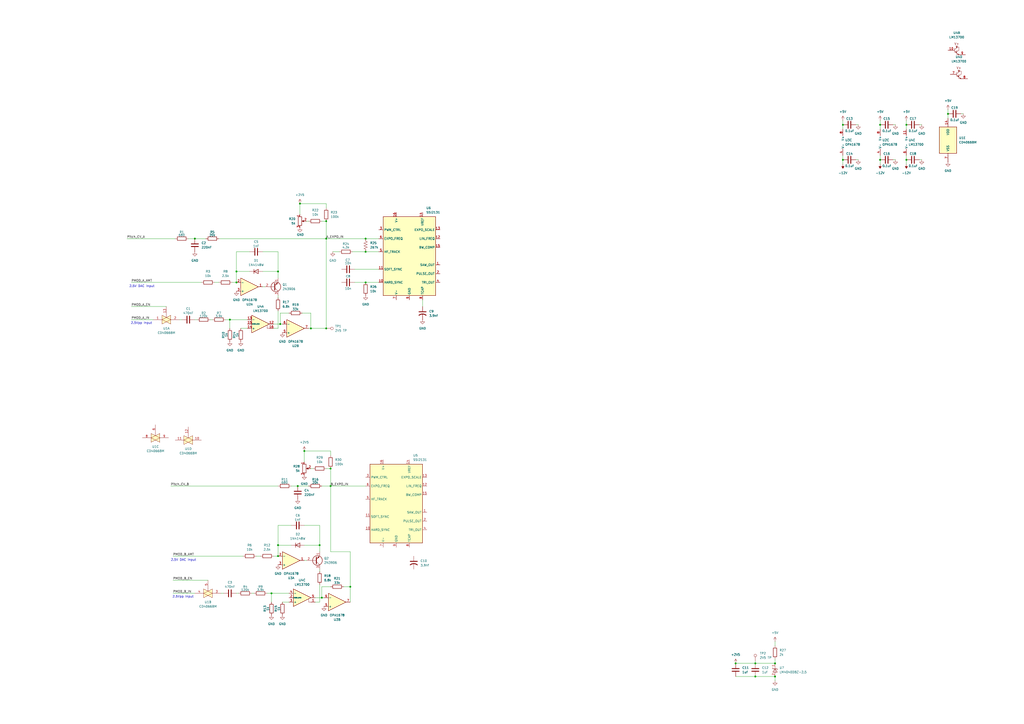
<source format=kicad_sch>
(kicad_sch (version 20250114) (generator "eeschema") (generator_version "9.0")
  (paper "A2")
  (lib_symbols
    (symbol "4xxx:4066" (pin_names (offset 1.016))
      (property "Reference" "U" (at -7.62 8.89 0))
      (property "Value" "4066" (at -7.62 -8.89 0))
      (symbol "4066_1_0"
        (pin passive line (at -7.62 0 0) (length 5.08) (name "~") (number "1"))
        (pin input line (at 0 7.62 270) (length 5.08) (name "~") (number "13"))
        (pin passive line (at 7.62 0 180) (length 5.08) (name "~") (number "2"))
      )
      (symbol "4066_2_0"
        (pin passive line (at -7.62 0 0) (length 5.08) (name "~") (number "4"))
        (pin input line (at 0 7.62 270) (length 5.08) (name "~") (number "5"))
        (pin passive line (at 7.62 0 180) (length 5.08) (name "~") (number "3"))
      )
      (symbol "4066_3_0"
        (pin passive line (at -7.62 0 0) (length 5.08) (name "~") (number "8"))
        (pin input line (at 0 7.62 270) (length 5.08) (name "~") (number "6"))
        (pin passive line (at 7.62 0 180) (length 5.08) (name "~") (number "9"))
      )
      (symbol "4066_4_0"
        (pin passive line (at -7.62 0 0) (length 5.08) (name "~") (number "11"))
        (pin input line (at 0 7.62 270) (length 5.08) (name "~") (number "12"))
        (pin passive line (at 7.62 0 180) (length 5.08) (name "~") (number "10"))
      )
      (symbol "4066_5_0"
        (pin power_in line (at 0 12.7 270) (length 5.08) (name "VDD") (number "14"))
        (pin power_in line (at 0 -12.7 90) (length 5.08) (name "VSS") (number "7"))
      )
    )
    (symbol "Amplifier_Operational:LM13700" (pin_names (offset 0.127))
      (property "Reference" "U" (at 3.81 5.08 0))
      (property "Value" "LM13700" (at 5.08 -5.08 0))
      (symbol "LM13700_1_1"
        (pin input line (at -7.62 2.54 0) (length 2.54) (name "-") (number "13"))
        (pin input line (at -7.62 0 0) (length 2.54) (name "DIODE_BIAS") (number "15"))
        (pin input line (at -7.62 -2.54 0) (length 2.54) (name "+") (number "14"))
        (pin output line (at 7.62 0 180) (length 2.54) (name "~") (number "12"))
        (pin input line (at 7.62 -2.54 180) (length 2.54) (name "~") (number "16"))
      )
      (symbol "LM13700_2_1"
        (text "V+" (at -2.54 3.81 0) (effects (font (size 1.27 1.27))))
        (pin input line (at -7.62 0 0) (length 3.81) (name "~") (number "10"))
        (pin output line (at 2.54 -2.54 180) (length 3.81) (name "~") (number "9"))
      )
      (symbol "LM13700_3_1"
        (pin input line (at -7.62 2.54 0) (length 2.54) (name "-") (number "4"))
        (pin input line (at -7.62 0 0) (length 2.54) (name "DIODE_BIAS") (number "2"))
        (pin input line (at -7.62 -2.54 0) (length 2.54) (name "+") (number "3"))
        (pin output line (at 7.62 0 180) (length 2.54) (name "~") (number "5"))
        (pin input line (at 7.62 -2.54 180) (length 2.54) (name "~") (number "1"))
      )
      (symbol "LM13700_4_0"
        (text "V+" (at -2.54 3.81 0) (effects (font (size 1.27 1.27))))
      )
      (symbol "LM13700_4_1"
        (pin input line (at -7.62 0 0) (length 3.81) (name "~") (number "7"))
        (pin output line (at 2.54 -2.54 180) (length 3.81) (name "~") (number "8"))
      )
      (symbol "LM13700_5_1"
        (pin power_in line (at -2.54 7.62 270) (length 3.81) (name "V+") (number "11"))
        (pin power_in line (at -2.54 -7.62 90) (length 3.81) (name "V-") (number "6"))
      )
    )
    (symbol "Amplifier_Operational:OPA1678" (pin_names (offset 0.127))
      (property "Reference" "U" (at 0 5.08 0))
      (property "Value" "OPA1678" (at 0 -5.08 0))
      (symbol "OPA1678_1_1"
        (pin input line (at -7.62 2.54 0) (length 2.54) (name "+") (number "3"))
        (pin input line (at -7.62 -2.54 0) (length 2.54) (name "-") (number "2"))
        (pin output line (at 7.62 0 180) (length 2.54) (name "~") (number "1"))
      )
      (symbol "OPA1678_2_1"
        (pin input line (at -7.62 2.54 0) (length 2.54) (name "+") (number "5"))
        (pin input line (at -7.62 -2.54 0) (length 2.54) (name "-") (number "6"))
        (pin output line (at 7.62 0 180) (length 2.54) (name "~") (number "7"))
      )
      (symbol "OPA1678_3_1"
        (pin power_in line (at -2.54 7.62 270) (length 3.81) (name "V+") (number "8"))
        (pin power_in line (at -2.54 -7.62 90) (length 3.81) (name "V-") (number "4"))
      )
    )
    (symbol "Connector:TestPoint" (pin_numbers (hide yes)) (pin_names (offset 0.762) (hide yes))
      (property "Reference" "TP" (at 0 6.858 0))
      (property "Value" "TestPoint" (at 0 5.08 0))
      (symbol "TestPoint_1_1"
        (pin passive line (at 0 0 90) (length 2.54) (name "1") (number "1"))
      )
    )
    (symbol "Device:C" (pin_numbers (hide yes)) (pin_names (offset 0.254))
      (property "Reference" "C" (at 0.635 2.54 0))
      (property "Value" "C" (at 0.635 -2.54 0))
      (symbol "C_1_1"
        (pin passive line (at 0 3.81 270) (length 2.794) (name "~") (number "1"))
        (pin passive line (at 0 -3.81 90) (length 2.794) (name "~") (number "2"))
      )
    )
    (symbol "Device:C_US" (pin_numbers (hide yes)) (pin_names (offset 0.254) (hide yes))
      (property "Reference" "C" (at 0.635 2.54 0))
      (property "Value" "C_US" (at 0.635 -2.54 0))
      (symbol "C_US_1_1"
        (pin passive line (at 0 3.81 270) (length 2.794) (name "~") (number "1"))
        (pin passive line (at 0 -3.81 90) (length 3.302) (name "~") (number "2"))
      )
    )
    (symbol "Device:R" (pin_numbers (hide yes)) (pin_names (offset 0))
      (property "Reference" "R" (at 2.032 0 90))
      (property "Value" "R" (at 0 0 90))
      (symbol "R_1_1"
        (pin passive line (at 0 3.81 270) (length 1.27) (name "~") (number "1"))
        (pin passive line (at 0 -3.81 90) (length 1.27) (name "~") (number "2"))
      )
    )
    (symbol "Device:R_Potentiometer" (pin_names (offset 1.016) (hide yes))
      (property "Reference" "RV" (at -4.445 0 90))
      (property "Value" "R_Potentiometer" (at -2.54 0 90))
      (symbol "R_Potentiometer_1_1"
        (pin passive line (at 0 3.81 270) (length 1.27) (name "1") (number "1"))
        (pin passive line (at 0 -3.81 90) (length 1.27) (name "3") (number "3"))
        (pin passive line (at 3.81 0 180) (length 1.27) (name "2") (number "2"))
      )
    )
    (symbol "Device:R_US" (pin_numbers (hide yes)) (pin_names (offset 0))
      (property "Reference" "R" (at 2.54 0 90))
      (property "Value" "R_US" (at -2.54 0 90))
      (symbol "R_US_1_1"
        (pin passive line (at 0 3.81 270) (length 1.27) (name "~") (number "1"))
        (pin passive line (at 0 -3.81 90) (length 1.27) (name "~") (number "2"))
      )
    )
    (symbol "Diode:1N4148W" (pin_numbers (hide yes)) (pin_names (hide yes))
      (property "Reference" "D" (at 0 2.54 0))
      (property "Value" "1N4148W" (at 0 -2.54 0))
      (symbol "1N4148W_1_1"
        (pin passive line (at -3.81 0 0) (length 2.54) (name "K") (number "1"))
        (pin passive line (at 3.81 0 180) (length 2.54) (name "A") (number "2"))
      )
    )
    (symbol "Reference_Voltage:LM4040DBZ-2.5" (pin_names (offset 0.0254) (hide yes))
      (property "Reference" "U" (at 0 2.54 0))
      (property "Value" "LM4040DBZ-2.5" (at 0 -3.175 0))
      (symbol "LM4040DBZ-2.5_1_1"
        (pin passive line (at -3.81 0 0) (length 2.54) (name "A") (number "2"))
        (pin no_connect line (at -1.27 0 0) (length 2.54) (hide yes) (name "NC") (number "3"))
        (pin passive line (at 3.81 0 180) (length 2.54) (name "K") (number "1"))
      )
    )
    (symbol "Sound_Semiconductor:SSI2131"
      (property "Reference" "U" (at 0 26.67 0))
      (property "Value" "SSI2131" (at 0 24.13 0))
      (symbol "SSI2131_1_1"
        (pin input line (at -17.78 15.24 0) (length 2.54) (name "PWM_CTRL") (number "3"))
        (pin input line (at -17.78 10.16 0) (length 2.54) (name "EXPO_FREQ") (number "6"))
        (pin input line (at -17.78 2.54 0) (length 2.54) (name "HF_TRACK") (number "5"))
        (pin input line (at -17.78 -7.62 0) (length 2.54) (name "SOFT_SYNC") (number "11"))
        (pin input line (at -17.78 -15.24 0) (length 2.54) (name "HARD_SYNC") (number "10"))
        (pin power_in line (at -7.62 25.4 270) (length 2.54) (name "V+") (number "16"))
        (pin power_in line (at -7.62 -25.4 90) (length 2.54) (name "V-") (number "7"))
        (pin power_in line (at 0 -25.4 90) (length 2.54) (name "GND") (number "9"))
        (pin input line (at 7.62 25.4 270) (length 2.54) (name "VREF") (number "14"))
        (pin passive line (at 7.62 -25.4 90) (length 2.54) (name "TCAP") (number "8"))
        (pin input line (at 17.78 15.24 180) (length 2.54) (name "EXPO_SCALE") (number "13"))
        (pin input line (at 17.78 10.16 180) (length 2.54) (name "LIN_FREQ") (number "12"))
        (pin input line (at 17.78 5.08 180) (length 2.54) (name "BW_COMP") (number "15"))
        (pin output line (at 17.78 -5.08 180) (length 2.54) (name "SAW_OUT") (number "1"))
        (pin output line (at 17.78 -10.16 180) (length 2.54) (name "PULSE_OUT") (number "2"))
        (pin output line (at 17.78 -15.24 180) (length 2.54) (name "TRI_OUT") (number "4"))
      )
    )
    (symbol "Transistor_BJT:2N3906" (pin_names (offset 0) (hide yes))
      (property "Reference" "Q" (at 5.08 1.905 0))
      (property "Value" "2N3906" (at 5.08 0 0))
      (symbol "2N3906_1_1"
        (pin input line (at -5.08 0 0) (length 2.54) (name "B") (number "2"))
        (pin passive line (at 2.54 5.08 270) (length 2.54) (name "C") (number "3"))
        (pin passive line (at 2.54 -5.08 90) (length 2.54) (name "E") (number "1"))
      )
    )
    (symbol "power:+2V5" (power) (pin_numbers (hide yes)) (pin_names (offset 0) (hide yes))
      (property "Value" "+2V5" (at 0 3.556 0))
      (symbol "+2V5_1_1"
        (pin power_in line (at 0 0 90) (length 0) (name "~") (number "1"))
      )
    )
    (symbol "power:+5V" (power) (pin_numbers (hide yes)) (pin_names (offset 0) (hide yes))
      (property "Value" "+5V" (at 0 3.556 0))
      (symbol "+5V_1_1"
        (pin power_in line (at 0 0 90) (length 0) (name "~") (number "1"))
      )
    )
    (symbol "power:-12V" (power) (pin_numbers (hide yes)) (pin_names (offset 0) (hide yes))
      (property "Value" "-12V" (at 0 3.556 0))
      (symbol "-12V_0_0"
        (pin power_in line (at 0 0 90) (length 0) (name "~") (number "1"))
      )
    )
    (symbol "power:GND" (power) (pin_numbers (hide yes)) (pin_names (offset 0) (hide yes))
      (property "Value" "GND" (at 0 -3.81 0))
      (symbol "GND_1_1"
        (pin power_in line (at 0 0 270) (length 0) (name "~") (number "1"))
      )
    )
  )
  (text "2.5V DAC Input\n" (at 82.296 166.116 0) (effects (font (size 1.27 1.27))))
  (text "2.5V DAC Input\n" (at 106.426 324.866 0) (effects (font (size 1.27 1.27))))
  (text "2.5Vpp Input\n" (at 106.172 346.202 0) (effects (font (size 1.27 1.27))))
  (text "2.5Vpp Input\n" (at 82.042 187.452 0) (effects (font (size 1.27 1.27))))
  (junction (at 191.77 281.94))
  (junction (at 172.72 281.94))
  (junction (at 449.58 384.81))
  (junction (at 438.15 392.43))
  (junction (at 189.23 190.5))
  (junction (at 549.91 66.04))
  (junction (at 186.69 346.71))
  (junction (at 180.34 190.5))
  (junction (at 212.09 138.43))
  (junction (at 212.09 163.83))
  (junction (at 161.29 322.58))
  (junction (at 426.72 384.81))
  (junction (at 510.54 92.71))
  (junction (at 173.99 118.11))
  (junction (at 161.29 157.48))
  (junction (at 161.29 316.23))
  (junction (at 203.2 340.36))
  (junction (at 488.95 92.71))
  (junction (at 162.56 187.96))
  (junction (at 113.03 138.43))
  (junction (at 525.78 92.71))
  (junction (at 137.16 163.83))
  (junction (at 176.53 261.62))
  (junction (at 212.09 146.05))
  (junction (at 185.42 316.23))
  (junction (at 191.77 271.78))
  (junction (at 449.58 392.43))
  (junction (at 157.48 344.17))
  (junction (at 189.23 128.27))
  (junction (at 438.15 384.81))
  (junction (at 137.16 157.48))
  (junction (at 488.95 72.39))
  (junction (at 510.54 72.39))
  (junction (at 189.23 138.43))
  (junction (at 133.35 185.42))
  (junction (at 525.78 72.39))
  (wire (pts (xy 191.77 320.04) (xy 203.2 320.04)))
  (wire (pts (xy 182.88 349.25) (xy 185.42 349.25)))
  (wire (pts (xy 172.72 281.94) (xy 179.07 281.94)))
  (wire (pts (xy 186.69 346.71) (xy 187.96 346.71)))
  (wire (pts (xy 76.2 177.8) (xy 96.52 177.8)))
  (wire (pts (xy 185.42 331.47) (xy 185.42 330.2)))
  (wire (pts (xy 144.78 146.05) (xy 137.16 146.05)))
  (wire (pts (xy 176.53 261.62) (xy 176.53 267.97)))
  (wire (pts (xy 104.14 185.42) (xy 105.41 185.42)))
  (wire (pts (xy 158.75 187.96) (xy 162.56 187.96)))
  (wire (pts (xy 189.23 118.11) (xy 173.99 118.11)))
  (wire (pts (xy 196.85 146.05) (xy 193.04 146.05)))
  (wire (pts (xy 114.3 185.42) (xy 113.03 185.42)))
  (wire (pts (xy 161.29 157.48) (xy 161.29 161.29)))
  (wire (pts (xy 488.95 90.17) (xy 488.95 92.71)))
  (wire (pts (xy 488.95 72.39) (xy 488.95 74.93)))
  (wire (pts (xy 139.7 190.5) (xy 143.51 190.5)))
  (wire (pts (xy 449.58 382.27) (xy 449.58 384.81)))
  (wire (pts (xy 212.09 146.05) (xy 219.71 146.05)))
  (wire (pts (xy 180.34 271.78) (xy 181.61 271.78)))
  (wire (pts (xy 510.54 69.85) (xy 510.54 72.39)))
  (wire (pts (xy 161.29 316.23) (xy 161.29 322.58)))
  (wire (pts (xy 168.91 316.23) (xy 161.29 316.23)))
  (wire (pts (xy 534.67 72.39) (xy 533.4 72.39)))
  (wire (pts (xy 525.78 72.39) (xy 525.78 74.93)))
  (wire (pts (xy 438.15 383.54) (xy 438.15 384.81)))
  (wire (pts (xy 189.23 128.27) (xy 189.23 138.43)))
  (wire (pts (xy 138.43 344.17) (xy 137.16 344.17)))
  (wire (pts (xy 191.77 340.36) (xy 186.69 340.36)))
  (wire (pts (xy 245.11 177.8) (xy 245.11 173.99)))
  (wire (pts (xy 203.2 340.36) (xy 199.39 340.36)))
  (wire (pts (xy 426.72 392.43) (xy 438.15 392.43)))
  (wire (pts (xy 186.69 128.27) (xy 189.23 128.27)))
  (wire (pts (xy 186.69 281.94) (xy 191.77 281.94)))
  (wire (pts (xy 124.46 163.83) (xy 127 163.83)))
  (wire (pts (xy 519.43 72.39) (xy 518.16 72.39)))
  (wire (pts (xy 191.77 281.94) (xy 191.77 320.04)))
  (wire (pts (xy 205.74 156.21) (xy 219.71 156.21)))
  (wire (pts (xy 497.84 92.71) (xy 496.57 92.71)))
  (wire (pts (xy 176.53 325.12) (xy 177.8 325.12)))
  (wire (pts (xy 99.06 281.94) (xy 161.29 281.94)))
  (wire (pts (xy 519.43 92.71) (xy 518.16 92.71)))
  (wire (pts (xy 134.62 163.83) (xy 137.16 163.83)))
  (wire (pts (xy 168.91 304.8) (xy 161.29 304.8)))
  (wire (pts (xy 130.81 185.42) (xy 133.35 185.42)))
  (wire (pts (xy 180.34 190.5) (xy 180.34 181.61)))
  (wire (pts (xy 191.77 271.78) (xy 191.77 281.94)))
  (wire (pts (xy 76.2 185.42) (xy 88.9 185.42)))
  (wire (pts (xy 180.34 181.61) (xy 175.26 181.61)))
  (wire (pts (xy 76.2 163.83) (xy 116.84 163.83)))
  (wire (pts (xy 128.27 344.17) (xy 129.54 344.17)))
  (wire (pts (xy 133.35 185.42) (xy 133.35 190.5)))
  (wire (pts (xy 109.22 138.43) (xy 113.03 138.43)))
  (wire (pts (xy 525.78 90.17) (xy 525.78 92.71)))
  (wire (pts (xy 73.66 138.43) (xy 101.6 138.43)))
  (wire (pts (xy 180.34 190.5) (xy 189.23 190.5)))
  (wire (pts (xy 549.91 66.04) (xy 549.91 68.58)))
  (wire (pts (xy 510.54 90.17) (xy 510.54 92.71)))
  (wire (pts (xy 525.78 92.71) (xy 525.78 95.25)))
  (wire (pts (xy 167.64 181.61) (xy 162.56 181.61)))
  (wire (pts (xy 157.48 344.17) (xy 167.64 344.17)))
  (wire (pts (xy 158.75 190.5) (xy 161.29 190.5)))
  (wire (pts (xy 426.72 384.81) (xy 438.15 384.81)))
  (wire (pts (xy 191.77 261.62) (xy 176.53 261.62)))
  (wire (pts (xy 147.32 344.17) (xy 146.05 344.17)))
  (wire (pts (xy 152.4 146.05) (xy 161.29 146.05)))
  (wire (pts (xy 189.23 120.65) (xy 189.23 118.11)))
  (wire (pts (xy 176.53 316.23) (xy 185.42 316.23)))
  (wire (pts (xy 182.88 346.71) (xy 186.69 346.71)))
  (wire (pts (xy 157.48 344.17) (xy 157.48 349.25)))
  (wire (pts (xy 154.94 344.17) (xy 157.48 344.17)))
  (wire (pts (xy 162.56 187.96) (xy 163.83 187.96)))
  (wire (pts (xy 191.77 264.16) (xy 191.77 261.62)))
  (wire (pts (xy 137.16 157.48) (xy 137.16 163.83)))
  (wire (pts (xy 161.29 172.72) (xy 161.29 171.45)))
  (wire (pts (xy 100.33 344.17) (xy 113.03 344.17)))
  (wire (pts (xy 185.42 304.8) (xy 185.42 316.23)))
  (wire (pts (xy 144.78 157.48) (xy 137.16 157.48)))
  (wire (pts (xy 203.2 349.25) (xy 203.2 340.36)))
  (wire (pts (xy 189.23 271.78) (xy 191.77 271.78)))
  (wire (pts (xy 449.58 392.43) (xy 449.58 394.97)))
  (wire (pts (xy 191.77 281.94) (xy 212.09 281.94)))
  (wire (pts (xy 100.33 336.55) (xy 120.65 336.55)))
  (wire (pts (xy 177.8 128.27) (xy 179.07 128.27)))
  (wire (pts (xy 152.4 157.48) (xy 161.29 157.48)))
  (wire (pts (xy 148.59 322.58) (xy 151.13 322.58)))
  (wire (pts (xy 438.15 392.43) (xy 449.58 392.43)))
  (wire (pts (xy 549.91 63.5) (xy 549.91 66.04)))
  (wire (pts (xy 534.67 92.71) (xy 533.4 92.71)))
  (wire (pts (xy 212.09 163.83) (xy 219.71 163.83)))
  (wire (pts (xy 189.23 190.5) (xy 189.23 138.43)))
  (wire (pts (xy 185.42 316.23) (xy 185.42 320.04)))
  (wire (pts (xy 488.95 92.71) (xy 488.95 95.25)))
  (wire (pts (xy 449.58 372.11) (xy 449.58 374.65)))
  (wire (pts (xy 152.4 166.37) (xy 153.67 166.37)))
  (wire (pts (xy 100.33 322.58) (xy 140.97 322.58)))
  (wire (pts (xy 163.83 349.25) (xy 167.64 349.25)))
  (wire (pts (xy 496.57 72.39) (xy 497.84 72.39)))
  (wire (pts (xy 176.53 304.8) (xy 185.42 304.8)))
  (wire (pts (xy 161.29 146.05) (xy 161.29 157.48)))
  (wire (pts (xy 510.54 92.71) (xy 510.54 95.25)))
  (wire (pts (xy 173.99 118.11) (xy 173.99 124.46)))
  (wire (pts (xy 179.07 190.5) (xy 180.34 190.5)))
  (wire (pts (xy 525.78 69.85) (xy 525.78 72.39)))
  (wire (pts (xy 510.54 72.39) (xy 510.54 74.93)))
  (wire (pts (xy 185.42 339.09) (xy 185.42 349.25)))
  (wire (pts (xy 438.15 384.81) (xy 449.58 384.81)))
  (wire (pts (xy 161.29 304.8) (xy 161.29 316.23)))
  (wire (pts (xy 186.69 340.36) (xy 186.69 346.71)))
  (wire (pts (xy 137.16 146.05) (xy 137.16 157.48)))
  (wire (pts (xy 205.74 163.83) (xy 212.09 163.83)))
  (wire (pts (xy 168.91 281.94) (xy 172.72 281.94)))
  (wire (pts (xy 488.95 69.85) (xy 488.95 72.39)))
  (wire (pts (xy 123.19 185.42) (xy 121.92 185.42)))
  (wire (pts (xy 161.29 180.34) (xy 161.29 190.5)))
  (wire (pts (xy 162.56 181.61) (xy 162.56 187.96)))
  (wire (pts (xy 203.2 320.04) (xy 203.2 340.36)))
  (wire (pts (xy 558.8 66.04) (xy 557.53 66.04)))
  (wire (pts (xy 113.03 138.43) (xy 119.38 138.43)))
  (wire (pts (xy 204.47 146.05) (xy 212.09 146.05)))
  (wire (pts (xy 127 138.43) (xy 189.23 138.43)))
  (wire (pts (xy 189.23 138.43) (xy 212.09 138.43)))
  (wire (pts (xy 158.75 322.58) (xy 161.29 322.58)))
  (wire (pts (xy 133.35 185.42) (xy 143.51 185.42)))
  (wire (pts (xy 212.09 138.43) (xy 219.71 138.43)))
  (label "PMOD_A_EN" (at 76.2 177.8 0))
  (label "A_EXPO_IN" (at 189.23 138.43 0))
  (label "PMOD_A_AMT" (at 76.2 163.83 0))
  (label "Pitch_CV_B" (at 99.06 281.94 0))
  (label "PMOD_B_IN" (at 100.33 344.17 0))
  (label "Pitch_CV_A" (at 73.66 138.43 0))
  (label "PMOD_B_EN" (at 100.33 336.55 0))
  (label "B_EXPO_IN" (at 191.77 281.94 0))
  (label "PMOD_A_IN" (at 76.2 185.42 0))
  (label "PMOD_B_AMT" (at 100.33 322.58 0))
  (symbol (lib_id "power:GND") (at 245.11 185.42 0) (unit 1)
    (property "Reference" "#PWR035" (effects (hide yes)))
    (property "Value" "GND" (at 245.11 190.5 0))
    (property "Description" "Power symbol creates a global label with name \"GND\" , ground" (effects (hide yes)))
  )
  (symbol (lib_id "Device:R") (at 449.58 378.46 0) (unit 1)
    (property "Reference" "R27" (at 452.12 377.1899 0) (effects (justify left)))
    (property "Value" "2k" (at 452.12 379.7299 0) (effects (justify left)))
    (property "Footprint" "Resistor_SMD:R_0805_2012Metric" (effects (hide yes)))
    (property "Description" "Resistor" (effects (hide yes)))
  )
  (symbol (lib_id "power:-12V") (at 525.78 95.25 180) (unit 1)
    (property "Reference" "#PWR027" (effects (hide yes)))
    (property "Value" "-12V" (at 525.78 100.33 0))
    (property "Description" "Power symbol creates a global label with name \"-12V\"" (effects (hide yes)))
  )
  (symbol (lib_id "Device:R") (at 165.1 281.94 90) (unit 1)
    (property "Reference" "R11" (at 165.1 278.13 90))
    (property "Value" "680" (at 165.1 279.908 90))
    (property "Footprint" "Resistor_SMD:R_0603_1608Metric" (effects (hide yes)))
    (property "Description" "Resistor" (effects (hide yes)))
  )
  (symbol (lib_id "power:GND") (at 113.03 146.05 0) (unit 1)
    (property "Reference" "#PWR01" (effects (hide yes)))
    (property "Value" "GND" (at 113.03 151.13 0))
    (property "Description" "Power symbol creates a global label with name \"GND\" , ground" (effects (hide yes)))
  )
  (symbol (lib_id "Device:C") (at 133.35 344.17 90) (unit 1)
    (property "Reference" "C3" (at 133.35 337.82 90))
    (property "Value" "470nF" (at 133.35 340.36 90))
    (property "Footprint" "Capacitor_SMD:C_0603_1608Metric" (effects (hide yes)))
    (property "Description" "Unpolarized capacitor" (effects (hide yes)))
  )
  (symbol (lib_id "Device:R") (at 144.78 322.58 270) (unit 1)
    (property "Reference" "R6" (at 144.78 316.23 90))
    (property "Value" "10k" (at 144.78 318.77 90))
    (property "Footprint" "Resistor_SMD:R_0603_1608Metric" (effects (hide yes)))
    (property "Description" "Resistor" (effects (hide yes)))
  )
  (symbol (lib_id "Device:C_US") (at 240.03 326.39 0) (unit 1)
    (property "Reference" "C10" (at 243.84 325.3739 0) (effects (justify left)))
    (property "Value" "3.9nf" (at 243.84 327.9139 0) (effects (justify left)))
    (property "Footprint" "Capacitor_THT:C_Rect_L7.2mm_W2.5mm_P5.00mm_FKS2_FKP2_MKS2_MKP2" (effects (hide yes)))
    (property "Description" "capacitor, US symbol" (effects (hide yes)))
  )
  (symbol (lib_id "Device:R") (at 171.45 181.61 90) (unit 1)
    (property "Reference" "R19" (at 171.45 176.784 90))
    (property "Value" "33k" (at 171.45 179.324 90))
    (property "Footprint" "Resistor_SMD:R_0603_1608Metric" (effects (hide yes)))
    (property "Description" "Resistor" (effects (hide yes)))
  )
  (symbol (lib_id "Device:C") (at 514.35 92.71 90) (unit 1)
    (property "Reference" "C16" (at 514.35 89.154 90))
    (property "Value" "0.1uf" (at 514.35 96.266 90))
    (property "Footprint" "Capacitor_SMD:C_0603_1608Metric" (effects (hide yes)))
    (property "Description" "Unpolarized capacitor" (effects (hide yes)))
  )
  (symbol (lib_id "4xxx:4066") (at 109.22 255.27 0) (unit 4)
    (property "Reference" "U1" (at 109.22 260.35 0))
    (property "Value" "CD4066BM" (at 109.22 262.89 0))
    (property "Footprint" "Package_SO:SOIC-14_3.9x8.7mm_P1.27mm" (effects (hide yes)))
    (property "Datasheet" "http://www.ti.com/lit/ds/symlink/cd4066b.pdf" (effects (hide yes)))
    (property "Description" "Quad Analog Switches" (effects (hide yes)))
  )
  (symbol (lib_id "Amplifier_Operational:LM13700") (at 175.26 346.71 0) (unit 3)
    (property "Reference" "U4" (at 175.26 336.55 0))
    (property "Value" "LM13700" (at 175.26 339.09 0))
    (property "Footprint" "Package_SO:SOIC-16_3.9x9.9mm_P1.27mm" (effects (hide yes)))
    (property "Datasheet" "http://www.ti.com/lit/ds/symlink/lm13700.pdf" (effects (hide yes)))
    (property "Description" "Dual Operational Transconductance Amplifiers with Linearizing Diodes and Buffers, DIP-16/SOIC-16" (effects (hide yes)))
  )
  (symbol (lib_id "power:+2V5") (at 176.53 261.62 0) (unit 1)
    (property "Reference" "#PWR033" (effects (hide yes)))
    (property "Value" "+2V5" (at 176.53 256.54 0))
    (property "Description" "Power symbol creates a global label with name \"+2V5\"" (effects (hide yes)))
  )
  (symbol (lib_id "power:GND") (at 212.09 171.45 0) (unit 1)
    (property "Reference" "#PWR014" (effects (hide yes)))
    (property "Value" "GND" (at 212.09 176.53 0))
    (property "Description" "Power symbol creates a global label with name \"GND\" , ground" (effects (hide yes)))
  )
  (symbol (lib_id "Device:R") (at 120.65 163.83 270) (unit 1)
    (property "Reference" "R3" (at 120.65 157.48 90))
    (property "Value" "10k" (at 120.65 160.02 90))
    (property "Footprint" "Resistor_SMD:R_0603_1608Metric" (effects (hide yes)))
    (property "Description" "Resistor" (effects (hide yes)))
  )
  (symbol (lib_id "power:GND") (at 173.99 132.08 0) (unit 1)
    (property "Reference" "#PWR012" (effects (hide yes)))
    (property "Value" "GND" (at 174.244 136.144 0))
    (property "Description" "Power symbol creates a global label with name \"GND\" , ground" (effects (hide yes)))
  )
  (symbol (lib_id "Amplifier_Operational:OPA1678") (at 491.49 82.55 0) (unit 3)
    (property "Reference" "U3" (at 490.22 81.2799 0) (effects (justify left)))
    (property "Value" "OPA1678" (at 490.22 83.8199 0) (effects (justify left)))
    (property "Footprint" "Package_SO:SOIC-8_3.9x4.9mm_P1.27mm" (effects (hide yes)))
    (property "Datasheet" "http://www.ti.com/lit/ds/symlink/opa1678.pdf" (effects (hide yes)))
    (property "Description" "Low-Distortion Audio Operational Amplifiers, SOIC-8/VSSOP-8" (effects (hide yes)))
  )
  (symbol (lib_id "Device:C") (at 201.93 163.83 90) (unit 1)
    (property "Reference" "C8" (at 201.93 160.274 90))
    (property "Value" "10n" (at 201.93 167.386 90))
    (property "Footprint" "Capacitor_SMD:C_0603_1608Metric" (effects (hide yes)))
    (property "Description" "Unpolarized capacitor" (effects (hide yes)))
  )
  (symbol (lib_id "power:GND") (at 558.8 66.04 0) (unit 1)
    (property "Reference" "#PWR032" (effects (hide yes)))
    (property "Value" "GND" (at 558.8 71.12 0))
    (property "Description" "Power symbol creates a global label with name \"GND\" , ground" (effects (hide yes)))
  )
  (symbol (lib_id "power:GND") (at 534.67 72.39 0) (unit 1)
    (property "Reference" "#PWR028" (effects (hide yes)))
    (property "Value" "GND" (at 534.67 77.47 0))
    (property "Description" "Power symbol creates a global label with name \"GND\" , ground" (effects (hide yes)))
  )
  (symbol (lib_id "power:+2V5") (at 173.99 118.11 0) (unit 1)
    (property "Reference" "#PWR011" (effects (hide yes)))
    (property "Value" "+2V5" (at 173.99 113.03 0))
    (property "Description" "Power symbol creates a global label with name \"+2V5\"" (effects (hide yes)))
  )
  (symbol (lib_id "Device:R") (at 157.48 353.06 180) (unit 1)
    (property "Reference" "R13" (at 153.67 353.06 90))
    (property "Value" "1k" (at 155.448 353.06 90))
    (property "Footprint" "Resistor_SMD:R_0603_1608Metric" (effects (hide yes)))
    (property "Description" "Resistor" (effects (hide yes)))
  )
  (symbol (lib_id "Amplifier_Operational:LM13700") (at 151.13 187.96 0) (unit 1)
    (property "Reference" "U4" (at 151.13 177.8 0))
    (property "Value" "LM13700" (at 151.13 180.34 0))
    (property "Footprint" "Package_SO:SOIC-16_3.9x9.9mm_P1.27mm" (effects (hide yes)))
    (property "Datasheet" "http://www.ti.com/lit/ds/symlink/lm13700.pdf" (effects (hide yes)))
    (property "Description" "Dual Operational Transconductance Amplifiers with Linearizing Diodes and Buffers, DIP-16/SOIC-16" (effects (hide yes)))
  )
  (symbol (lib_id "Device:R") (at 154.94 322.58 270) (unit 1)
    (property "Reference" "R12" (at 154.94 316.23 90))
    (property "Value" "2.5k" (at 154.94 318.77 90))
    (property "Footprint" "Resistor_SMD:R_0603_1608Metric" (effects (hide yes)))
    (property "Description" "Resistor" (effects (hide yes)))
  )
  (symbol (lib_id "Device:C") (at 172.72 304.8 90) (unit 1)
    (property "Reference" "C6" (at 172.72 298.958 90))
    (property "Value" "1nF" (at 172.72 301.498 90))
    (property "Footprint" "Capacitor_SMD:C_0603_1608Metric" (effects (hide yes)))
    (property "Description" "Unpolarized capacitor" (effects (hide yes)))
  )
  (symbol (lib_id "Device:R_US") (at 212.09 142.24 180) (unit 1)
    (property "Reference" "R25" (at 214.63 140.9699 0) (effects (justify right)))
    (property "Value" "267k" (at 214.63 143.5099 0) (effects (justify right)))
    (property "Footprint" "Resistor_THT:R_Axial_DIN0207_L6.3mm_D2.5mm_P5.08mm_Vertical" (effects (hide yes)))
    (property "Description" "Resistor, US symbol" (effects (hide yes)))
  )
  (symbol (lib_id "Device:R") (at 133.35 194.31 180) (unit 1)
    (property "Reference" "R10" (at 129.54 194.31 90))
    (property "Value" "1k" (at 131.318 194.31 90))
    (property "Footprint" "Resistor_SMD:R_0603_1608Metric" (effects (hide yes)))
    (property "Description" "Resistor" (effects (hide yes)))
  )
  (symbol (lib_id "power:GND") (at 497.84 72.39 0) (unit 1)
    (property "Reference" "#PWR020" (effects (hide yes)))
    (property "Value" "GND" (at 497.84 77.47 0))
    (property "Description" "Power symbol creates a global label with name \"GND\" , ground" (effects (hide yes)))
  )
  (symbol (lib_id "Device:C") (at 438.15 388.62 0) (unit 1)
    (property "Reference" "C12" (at 441.96 387.3499 0) (effects (justify left)))
    (property "Value" "1uf" (at 441.96 389.8899 0) (effects (justify left)))
    (property "Footprint" "Capacitor_SMD:C_0805_2012Metric" (effects (hide yes)))
    (property "Description" "Unpolarized capacitor" (effects (hide yes)))
  )
  (symbol (lib_id "power:-12V") (at 488.95 95.25 180) (unit 1)
    (property "Reference" "#PWR019" (effects (hide yes)))
    (property "Value" "-12V" (at 488.95 100.33 0))
    (property "Description" "Power symbol creates a global label with name \"-12V\"" (effects (hide yes)))
  )
  (symbol (lib_id "power:+5V") (at 510.54 69.85 0) (unit 1)
    (property "Reference" "#PWR022" (effects (hide yes)))
    (property "Value" "+5V" (at 510.54 64.77 0))
    (property "Description" "Power symbol creates a global label with name \"+5V\"" (effects (hide yes)))
  )
  (symbol (lib_id "Device:C") (at 514.35 72.39 90) (unit 1)
    (property "Reference" "C15" (at 514.35 68.834 90))
    (property "Value" "0.1uf" (at 514.35 75.946 90))
    (property "Footprint" "Capacitor_SMD:C_0603_1608Metric" (effects (hide yes)))
    (property "Description" "Unpolarized capacitor" (effects (hide yes)))
  )
  (symbol (lib_id "4xxx:4066") (at 549.91 81.28 0) (unit 5)
    (property "Reference" "U1" (at 556.26 80.0099 0) (effects (justify left)))
    (property "Value" "CD4066BM" (at 556.26 82.5499 0) (effects (justify left)))
    (property "Footprint" "Package_SO:SOIC-14_3.9x8.7mm_P1.27mm" (effects (hide yes)))
    (property "Datasheet" "http://www.ti.com/lit/ds/symlink/cd4066b.pdf" (effects (hide yes)))
    (property "Description" "Quad Analog Switches" (effects (hide yes)))
  )
  (symbol (lib_id "Device:R") (at 151.13 344.17 90) (unit 1)
    (property "Reference" "R9" (at 151.13 340.36 90))
    (property "Value" "3.9k" (at 151.13 342.138 90))
    (property "Footprint" "Resistor_SMD:R_0603_1608Metric" (effects (hide yes)))
    (property "Description" "Resistor" (effects (hide yes)))
  )
  (symbol (lib_id "Connector:TestPoint") (at 438.15 383.54 0) (unit 1)
    (property "Reference" "TP2" (at 440.69 378.9679 0) (effects (justify left)))
    (property "Value" "2V5 TP" (at 440.69 381.5079 0) (effects (justify left)))
    (property "Footprint" "TestPoint:TestPoint_Pad_1.0x1.0mm" (effects (hide yes)))
    (property "Description" "test point" (effects (hide yes)))
  )
  (symbol (lib_id "4xxx:4066") (at 90.17 254 0) (unit 3)
    (property "Reference" "U1" (at 90.17 259.08 0))
    (property "Value" "CD4066BM" (at 90.17 261.62 0))
    (property "Footprint" "Package_SO:SOIC-14_3.9x8.7mm_P1.27mm" (effects (hide yes)))
    (property "Datasheet" "http://www.ti.com/lit/ds/symlink/cd4066b.pdf" (effects (hide yes)))
    (property "Description" "Quad Analog Switches" (effects (hide yes)))
  )
  (symbol (lib_id "power:GND") (at 449.58 394.97 0) (unit 1)
    (property "Reference" "#PWR017" (effects (hide yes)))
    (property "Value" "GND" (at 449.58 400.05 0))
    (property "Description" "Power symbol creates a global label with name \"GND\" , ground" (effects (hide yes)))
  )
  (symbol (lib_id "power:GND") (at 534.67 92.71 0) (unit 1)
    (property "Reference" "#PWR029" (effects (hide yes)))
    (property "Value" "GND" (at 534.67 97.79 0))
    (property "Description" "Power symbol creates a global label with name \"GND\" , ground" (effects (hide yes)))
  )
  (symbol (lib_id "power:GND") (at 193.04 146.05 0) (unit 1)
    (property "Reference" "#PWR013" (effects (hide yes)))
    (property "Value" "GND" (at 193.04 151.13 0))
    (property "Description" "Power symbol creates a global label with name \"GND\" , ground" (effects (hide yes)))
  )
  (symbol (lib_id "Device:C") (at 529.59 92.71 90) (unit 1)
    (property "Reference" "C18" (at 529.59 89.154 90))
    (property "Value" "0.1uf" (at 529.59 96.266 90))
    (property "Footprint" "Capacitor_SMD:C_0603_1608Metric" (effects (hide yes)))
    (property "Description" "Unpolarized capacitor" (effects (hide yes)))
  )
  (symbol (lib_id "Transistor_BJT:2N3906") (at 158.75 166.37 0) (mirror x) (unit 1)
    (property "Reference" "Q1" (at 163.83 165.0999 0) (effects (justify left)))
    (property "Value" "2N3906" (at 163.83 167.6399 0) (effects (justify left)))
    (property "Footprint" "Package_TO_SOT_THT:TO-92_Inline" (effects (hide yes)))
    (property "Datasheet" "https://www.onsemi.com/pub/Collateral/2N3906-D.PDF" (effects (hide yes)))
    (property "Description" "-0.2A Ic, -40V Vce, Small Signal PNP Transistor, TO-92" (effects (hide yes)))
  )
  (symbol (lib_id "Device:R") (at 191.77 267.97 180) (unit 1)
    (property "Reference" "R30" (at 194.31 266.6999 0) (effects (justify right)))
    (property "Value" "100k" (at 194.31 269.2399 0) (effects (justify right)))
    (property "Footprint" "Resistor_SMD:R_0603_1608Metric" (effects (hide yes)))
    (property "Description" "Resistor" (effects (hide yes)))
  )
  (symbol (lib_id "Device:R") (at 161.29 176.53 0) (unit 1)
    (property "Reference" "R17" (at 163.83 175.2599 0) (effects (justify left)))
    (property "Value" "6.8k" (at 163.83 177.7999 0) (effects (justify left)))
    (property "Footprint" "Resistor_SMD:R_0603_1608Metric" (effects (hide yes)))
    (property "Description" "Resistor" (effects (hide yes)))
  )
  (symbol (lib_id "Device:R") (at 105.41 138.43 90) (unit 1)
    (property "Reference" "R1" (at 105.41 134.62 90))
    (property "Value" "680" (at 105.41 136.398 90))
    (property "Footprint" "Resistor_SMD:R_0603_1608Metric" (effects (hide yes)))
    (property "Description" "Resistor" (effects (hide yes)))
  )
  (symbol (lib_id "Device:R") (at 130.81 163.83 270) (unit 1)
    (property "Reference" "R8" (at 130.81 157.48 90))
    (property "Value" "2.5k" (at 130.81 160.02 90))
    (property "Footprint" "Resistor_SMD:R_0603_1608Metric" (effects (hide yes)))
    (property "Description" "Resistor" (effects (hide yes)))
  )
  (symbol (lib_id "power:GND") (at 519.43 92.71 0) (unit 1)
    (property "Reference" "#PWR025" (effects (hide yes)))
    (property "Value" "GND" (at 519.43 97.79 0))
    (property "Description" "Power symbol creates a global label with name \"GND\" , ground" (effects (hide yes)))
  )
  (symbol (lib_id "power:GND") (at 519.43 72.39 0) (unit 1)
    (property "Reference" "#PWR024" (effects (hide yes)))
    (property "Value" "GND" (at 519.43 77.47 0))
    (property "Description" "Power symbol creates a global label with name \"GND\" , ground" (effects (hide yes)))
  )
  (symbol (lib_id "Device:R") (at 142.24 344.17 90) (unit 1)
    (property "Reference" "R4" (at 142.24 340.36 90))
    (property "Value" "120k" (at 142.24 342.138 90))
    (property "Footprint" "Resistor_SMD:R_0603_1608Metric" (effects (hide yes)))
    (property "Description" "Resistor" (effects (hide yes)))
  )
  (symbol (lib_id "Sound_Semiconductor:SSI2131") (at 237.49 148.59 0) (unit 1)
    (property "Reference" "U6" (at 247.2533 120.65 0) (effects (justify left)))
    (property "Value" "SSI2131" (at 247.2533 123.19 0) (effects (justify left)))
    (property "Footprint" "Package_SO:STC_SOP-16_3.9x9.9mm_P1.27mm" (effects (hide yes)))
    (property "Datasheet" "https://www.soundsemiconductor.com/downloads/ssi2131datasheet.pdf" (effects (hide yes)))
    (property "Description" "Audio VCO, SOP-16" (effects (hide yes)))
  )
  (symbol (lib_id "Amplifier_Operational:OPA1678") (at 144.78 166.37 0) (mirror x) (unit 1)
    (property "Reference" "U2" (at 144.78 176.53 0))
    (property "Value" "OPA1678" (at 144.78 173.99 0))
    (property "Footprint" "Package_SO:SOIC-8_3.9x4.9mm_P1.27mm" (effects (hide yes)))
    (property "Datasheet" "http://www.ti.com/lit/ds/symlink/opa1678.pdf" (effects (hide yes)))
    (property "Description" "Low-Distortion Audio Operational Amplifiers, SOIC-8/VSSOP-8" (effects (hide yes)))
  )
  (symbol (lib_id "Diode:1N4148W") (at 172.72 316.23 0) (unit 1)
    (property "Reference" "D2" (at 172.72 309.88 0))
    (property "Value" "1N4148W" (at 172.72 312.42 0))
    (property "Footprint" "Diode_SMD:D_SOD-123" (effects (hide yes)))
    (property "Datasheet" "https://www.vishay.com/docs/85748/1n4148w.pdf" (effects (hide yes)))
    (property "Description" "75V 0.15A Fast Switching Diode, SOD-123" (effects (hide yes)))
    (property "Sim.Device" "D" (effects (hide yes)))
    (property "Sim.Pins" "1=K 2=A" (effects (hide yes)))
  )
  (symbol (lib_id "power:GND") (at 161.29 327.66 0) (unit 1)
    (property "Reference" "#PWR06" (effects (hide yes)))
    (property "Value" "GND" (at 161.29 332.74 0))
    (property "Description" "Power symbol creates a global label with name \"GND\" , ground" (effects (hide yes)))
  )
  (symbol (lib_id "Device:R") (at 200.66 146.05 90) (unit 1)
    (property "Reference" "R24" (at 200.66 141.478 90))
    (property "Value" "4.3k" (at 200.66 143.51 90))
    (property "Footprint" "Resistor_SMD:R_0603_1608Metric" (effects (hide yes)))
    (property "Description" "Resistor" (effects (hide yes)))
  )
  (symbol (lib_id "Amplifier_Operational:OPA1678") (at 513.08 82.55 0) (unit 3)
    (property "Reference" "U2" (at 511.81 81.2799 0) (effects (justify left)))
    (property "Value" "OPA1678" (at 511.81 83.8199 0) (effects (justify left)))
    (property "Footprint" "Package_SO:SOIC-8_3.9x4.9mm_P1.27mm" (effects (hide yes)))
    (property "Datasheet" "http://www.ti.com/lit/ds/symlink/opa1678.pdf" (effects (hide yes)))
    (property "Description" "Low-Distortion Audio Operational Amplifiers, SOIC-8/VSSOP-8" (effects (hide yes)))
  )
  (symbol (lib_id "Device:C") (at 148.59 146.05 90) (unit 1)
    (property "Reference" "C5" (at 148.59 140.208 90))
    (property "Value" "1nF" (at 148.59 142.748 90))
    (property "Footprint" "Capacitor_SMD:C_0603_1608Metric" (effects (hide yes)))
    (property "Description" "Unpolarized capacitor" (effects (hide yes)))
  )
  (symbol (lib_id "Device:R_Potentiometer") (at 173.99 128.27 0) (unit 1)
    (property "Reference" "R20" (at 171.45 126.9999 0) (effects (justify right)))
    (property "Value" "5k" (at 171.45 129.5399 0) (effects (justify right)))
    (property "Footprint" "Potentiometer_THT:Potentiometer_Bourns_3296W_Vertical" (effects (hide yes)))
    (property "Description" "Potentiometer" (effects (hide yes)))
  )
  (symbol (lib_id "Device:C") (at 492.76 72.39 90) (unit 1)
    (property "Reference" "C13" (at 492.76 68.834 90))
    (property "Value" "0.1uf" (at 492.76 75.946 90))
    (property "Footprint" "Capacitor_SMD:C_0603_1608Metric" (effects (hide yes)))
    (property "Description" "Unpolarized capacitor" (effects (hide yes)))
  )
  (symbol (lib_id "Device:R") (at 163.83 353.06 180) (unit 1)
    (property "Reference" "R15" (at 160.02 353.06 90))
    (property "Value" "1k" (at 161.798 353.06 90))
    (property "Footprint" "Resistor_SMD:R_0603_1608Metric" (effects (hide yes)))
    (property "Description" "Resistor" (effects (hide yes)))
  )
  (symbol (lib_id "power:GND") (at 176.53 275.59 0) (unit 1)
    (property "Reference" "#PWR034" (effects (hide yes)))
    (property "Value" "GND" (at 176.53 280.67 0))
    (property "Description" "Power symbol creates a global label with name \"GND\" , ground" (effects (hide yes)))
  )
  (symbol (lib_id "power:GND") (at 157.48 356.87 0) (unit 1)
    (property "Reference" "#PWR04" (effects (hide yes)))
    (property "Value" "GND" (at 157.48 361.95 0))
    (property "Description" "Power symbol creates a global label with name \"GND\" , ground" (effects (hide yes)))
  )
  (symbol (lib_id "power:+5V") (at 449.58 372.11 0) (unit 1)
    (property "Reference" "#PWR016" (effects (hide yes)))
    (property "Value" "+5V" (at 449.58 367.03 0))
    (property "Description" "Power symbol creates a global label with name \"+5V\"" (effects (hide yes)))
  )
  (symbol (lib_id "Amplifier_Operational:OPA1678") (at 168.91 325.12 0) (mirror x) (unit 1)
    (property "Reference" "U3" (at 168.91 335.28 0))
    (property "Value" "OPA1678" (at 168.91 332.74 0))
    (property "Footprint" "Package_SO:SOIC-8_3.9x4.9mm_P1.27mm" (effects (hide yes)))
    (property "Datasheet" "http://www.ti.com/lit/ds/symlink/opa1678.pdf" (effects (hide yes)))
    (property "Description" "Low-Distortion Audio Operational Amplifiers, SOIC-8/VSSOP-8" (effects (hide yes)))
  )
  (symbol (lib_id "power:GND") (at 163.83 193.04 0) (unit 1)
    (property "Reference" "#PWR09" (effects (hide yes)))
    (property "Value" "GND" (at 163.83 198.12 0))
    (property "Description" "Power symbol creates a global label with name \"GND\" , ground" (effects (hide yes)))
  )
  (symbol (lib_id "Device:C") (at 426.72 388.62 0) (unit 1)
    (property "Reference" "C11" (at 430.53 387.3499 0) (effects (justify left)))
    (property "Value" "1uf" (at 430.53 389.8899 0) (effects (justify left)))
    (property "Footprint" "Capacitor_SMD:C_0805_2012Metric" (effects (hide yes)))
    (property "Description" "Unpolarized capacitor" (effects (hide yes)))
  )
  (symbol (lib_id "Device:R") (at 185.42 335.28 0) (unit 1)
    (property "Reference" "R18" (at 187.96 334.0099 0) (effects (justify left)))
    (property "Value" "6.8k" (at 187.96 336.5499 0) (effects (justify left)))
    (property "Footprint" "Resistor_SMD:R_0603_1608Metric" (effects (hide yes)))
    (property "Description" "Resistor" (effects (hide yes)))
  )
  (symbol (lib_id "Sound_Semiconductor:SSI2131") (at 229.87 292.1 0) (unit 1)
    (property "Reference" "U5" (at 239.6333 264.16 0) (effects (justify left)))
    (property "Value" "SSI2131" (at 239.6333 266.7 0) (effects (justify left)))
    (property "Footprint" "Package_SO:STC_SOP-16_3.9x9.9mm_P1.27mm" (effects (hide yes)))
    (property "Datasheet" "https://www.soundsemiconductor.com/downloads/ssi2131datasheet.pdf" (effects (hide yes)))
    (property "Description" "Audio VCO, SOP-16" (effects (hide yes)))
  )
  (symbol (lib_id "Reference_Voltage:LM4040DBZ-2.5") (at 449.58 388.62 90) (unit 1)
    (property "Reference" "U7" (at 452.12 387.3499 90) (effects (justify right)))
    (property "Value" "LM4040DBZ-2.5" (at 452.12 389.8899 90) (effects (justify right)))
    (property "Footprint" "Package_TO_SOT_SMD:SOT-23" (effects (hide yes)))
    (property "Datasheet" "http://www.ti.com/lit/ds/symlink/lm4040-n.pdf" (effects (hide yes)))
    (property "Description" "2.500V Precision Micropower Shunt Voltage Reference, SOT-23" (effects (hide yes)))
  )
  (symbol (lib_id "Device:C") (at 109.22 185.42 90) (unit 1)
    (property "Reference" "C1" (at 109.22 179.07 90))
    (property "Value" "470nF" (at 109.22 181.61 90))
    (property "Footprint" "Capacitor_SMD:C_0603_1608Metric" (effects (hide yes)))
    (property "Description" "Unpolarized capacitor" (effects (hide yes)))
  )
  (symbol (lib_id "Device:C") (at 201.93 156.21 90) (unit 1)
    (property "Reference" "C7" (at 201.676 150.876 90))
    (property "Value" "10n" (at 201.93 152.654 90))
    (property "Footprint" "Capacitor_SMD:C_0603_1608Metric" (effects (hide yes)))
    (property "Description" "Unpolarized capacitor" (effects (hide yes)))
  )
  (symbol (lib_id "Diode:1N4148W") (at 148.59 157.48 0) (unit 1)
    (property "Reference" "D1" (at 148.59 151.13 0))
    (property "Value" "1N4148W" (at 148.59 153.67 0))
    (property "Footprint" "Diode_SMD:D_SOD-123" (effects (hide yes)))
    (property "Datasheet" "https://www.vishay.com/docs/85748/1n4148w.pdf" (effects (hide yes)))
    (property "Description" "75V 0.15A Fast Switching Diode, SOD-123" (effects (hide yes)))
    (property "Sim.Device" "D" (effects (hide yes)))
    (property "Sim.Pins" "1=K 2=A" (effects (hide yes)))
  )
  (symbol (lib_id "Device:R") (at 139.7 194.31 180) (unit 1)
    (property "Reference" "R14" (at 135.89 194.31 90))
    (property "Value" "1k" (at 137.668 194.31 90))
    (property "Footprint" "Resistor_SMD:R_0603_1608Metric" (effects (hide yes)))
    (property "Description" "Resistor" (effects (hide yes)))
  )
  (symbol (lib_id "4xxx:4066") (at 96.52 185.42 0) (unit 1)
    (property "Reference" "U1" (at 96.52 190.5 0))
    (property "Value" "CD4066BM" (at 96.52 193.04 0))
    (property "Footprint" "Package_SO:SOIC-14_3.9x8.7mm_P1.27mm" (effects (hide yes)))
    (property "Datasheet" "http://www.ti.com/lit/ds/symlink/cd4066b.pdf" (effects (hide yes)))
    (property "Description" "Quad Analog Switches" (effects (hide yes)))
  )
  (symbol (lib_id "power:-12V") (at 510.54 95.25 180) (unit 1)
    (property "Reference" "#PWR023" (effects (hide yes)))
    (property "Value" "-12V" (at 510.54 100.33 0))
    (property "Description" "Power symbol creates a global label with name \"-12V\"" (effects (hide yes)))
  )
  (symbol (lib_id "Device:R") (at 189.23 124.46 180) (unit 1)
    (property "Reference" "R23" (at 191.77 123.1899 0) (effects (justify right)))
    (property "Value" "100k" (at 191.77 125.7299 0) (effects (justify right)))
    (property "Footprint" "Resistor_SMD:R_0603_1608Metric" (effects (hide yes)))
    (property "Description" "Resistor" (effects (hide yes)))
  )
  (symbol (lib_id "Amplifier_Operational:LM13700") (at 557.53 29.21 0) (unit 2)
    (property "Reference" "U4" (at 554.99 19.05 0))
    (property "Value" "LM13700" (at 554.99 21.59 0))
    (property "Footprint" "Package_SO:SOIC-16_3.9x9.9mm_P1.27mm" (effects (hide yes)))
    (property "Datasheet" "http://www.ti.com/lit/ds/symlink/lm13700.pdf" (effects (hide yes)))
    (property "Description" "Dual Operational Transconductance Amplifiers with Linearizing Diodes and Buffers, DIP-16/SOIC-16" (effects (hide yes)))
  )
  (symbol (lib_id "Device:R") (at 182.88 281.94 90) (unit 1)
    (property "Reference" "R16" (at 182.88 278.13 90))
    (property "Value" "20k" (at 182.88 279.908 90))
    (property "Footprint" "Resistor_SMD:R_0603_1608Metric" (effects (hide yes)))
    (property "Description" "Resistor" (effects (hide yes)))
  )
  (symbol (lib_id "Device:R") (at 127 185.42 90) (unit 1)
    (property "Reference" "R7" (at 127 181.61 90))
    (property "Value" "3.9k" (at 127 183.388 90))
    (property "Footprint" "Resistor_SMD:R_0603_1608Metric" (effects (hide yes)))
    (property "Description" "Resistor" (effects (hide yes)))
  )
  (symbol (lib_id "power:GND") (at 172.72 289.56 0) (unit 1)
    (property "Reference" "#PWR07" (effects (hide yes)))
    (property "Value" "GND" (at 172.72 294.64 0))
    (property "Description" "Power symbol creates a global label with name \"GND\" , ground" (effects (hide yes)))
  )
  (symbol (lib_id "Device:R_Potentiometer") (at 176.53 271.78 0) (unit 1)
    (property "Reference" "R28" (at 173.99 270.5099 0) (effects (justify right)))
    (property "Value" "5k" (at 173.99 273.0499 0) (effects (justify right)))
    (property "Footprint" "Potentiometer_THT:Potentiometer_Bourns_3296W_Vertical" (effects (hide yes)))
    (property "Description" "Potentiometer" (effects (hide yes)))
  )
  (symbol (lib_id "Device:R") (at 195.58 340.36 90) (unit 1)
    (property "Reference" "R21" (at 195.58 335.534 90))
    (property "Value" "33k" (at 195.58 338.074 90))
    (property "Footprint" "Resistor_SMD:R_0603_1608Metric" (effects (hide yes)))
    (property "Description" "Resistor" (effects (hide yes)))
  )
  (symbol (lib_id "Device:C_US") (at 245.11 181.61 0) (unit 1)
    (property "Reference" "C9" (at 248.92 180.5939 0) (effects (justify left)))
    (property "Value" "3.9nf" (at 248.92 183.1339 0) (effects (justify left)))
    (property "Footprint" "Capacitor_THT:C_Rect_L7.2mm_W2.5mm_P5.00mm_FKS2_FKP2_MKS2_MKP2" (effects (hide yes)))
    (property "Description" "capacitor, US symbol" (effects (hide yes)))
  )
  (symbol (lib_id "power:+2V5") (at 426.72 384.81 0) (unit 1)
    (property "Reference" "#PWR015" (effects (hide yes)))
    (property "Value" "+2V5" (at 426.72 379.73 0))
    (property "Description" "Power symbol creates a global label with name \"+2V5\"" (effects (hide yes)))
  )
  (symbol (lib_id "power:+5V") (at 549.91 63.5 0) (unit 1)
    (property "Reference" "#PWR030" (effects (hide yes)))
    (property "Value" "+5V" (at 549.91 58.42 0))
    (property "Description" "Power symbol creates a global label with name \"+5V\"" (effects (hide yes)))
  )
  (symbol (lib_id "Device:C") (at 172.72 285.75 0) (unit 1)
    (property "Reference" "C4" (at 176.53 284.4799 0) (effects (justify left)))
    (property "Value" "220nF" (at 176.53 287.0199 0) (effects (justify left)))
    (property "Footprint" "Capacitor_SMD:C_0603_1608Metric" (effects (hide yes)))
    (property "Description" "Unpolarized capacitor" (effects (hide yes)))
  )
  (symbol (lib_id "Connector:TestPoint") (at 189.23 190.5 270) (unit 1)
    (property "Reference" "TP1" (at 194.31 189.2299 90) (effects (justify left)))
    (property "Value" "2V5 TP" (at 194.31 191.7699 90) (effects (justify left)))
    (property "Footprint" "TestPoint:TestPoint_Pad_1.0x1.0mm" (effects (hide yes)))
    (property "Description" "test point" (effects (hide yes)))
  )
  (symbol (lib_id "Amplifier_Operational:OPA1678") (at 171.45 190.5 0) (mirror x) (unit 2)
    (property "Reference" "U2" (at 171.45 200.66 0))
    (property "Value" "OPA1678" (at 171.45 198.12 0))
    (property "Footprint" "Package_SO:SOIC-8_3.9x4.9mm_P1.27mm" (effects (hide yes)))
    (property "Datasheet" "http://www.ti.com/lit/ds/symlink/opa1678.pdf" (effects (hide yes)))
    (property "Description" "Low-Distortion Audio Operational Amplifiers, SOIC-8/VSSOP-8" (effects (hide yes)))
  )
  (symbol (lib_id "Device:R") (at 182.88 128.27 90) (unit 1)
    (property "Reference" "R22" (at 182.88 121.92 90))
    (property "Value" "10k" (at 182.88 124.46 90))
    (property "Footprint" "Resistor_SMD:R_0603_1608Metric" (effects (hide yes)))
    (property "Description" "Resistor" (effects (hide yes)))
  )
  (symbol (lib_id "power:+5V") (at 525.78 69.85 0) (unit 1)
    (property "Reference" "#PWR026" (effects (hide yes)))
    (property "Value" "+5V" (at 525.78 64.77 0))
    (property "Description" "Power symbol creates a global label with name \"+5V\"" (effects (hide yes)))
  )
  (symbol (lib_id "power:GND") (at 139.7 198.12 0) (unit 1)
    (property "Reference" "#PWR05" (effects (hide yes)))
    (property "Value" "GND" (at 139.7 203.2 0))
    (property "Description" "Power symbol creates a global label with name \"GND\" , ground" (effects (hide yes)))
  )
  (symbol (lib_id "Amplifier_Operational:LM13700") (at 558.8 43.18 0) (unit 4)
    (property "Reference" "U4" (at 556.26 33.02 0))
    (property "Value" "LM13700" (at 556.26 35.56 0))
    (property "Footprint" "Package_SO:SOIC-16_3.9x9.9mm_P1.27mm" (effects (hide yes)))
    (property "Datasheet" "http://www.ti.com/lit/ds/symlink/lm13700.pdf" (effects (hide yes)))
    (property "Description" "Dual Operational Transconductance Amplifiers with Linearizing Diodes and Buffers, DIP-16/SOIC-16" (effects (hide yes)))
  )
  (symbol (lib_id "4xxx:4066") (at 120.65 344.17 0) (unit 2)
    (property "Reference" "U1" (at 120.65 349.25 0))
    (property "Value" "CD4066BM" (at 120.65 351.79 0))
    (property "Footprint" "Package_SO:SOIC-14_3.9x8.7mm_P1.27mm" (effects (hide yes)))
    (property "Datasheet" "http://www.ti.com/lit/ds/symlink/cd4066b.pdf" (effects (hide yes)))
    (property "Description" "Quad Analog Switches" (effects (hide yes)))
  )
  (symbol (lib_id "Device:C") (at 113.03 142.24 0) (unit 1)
    (property "Reference" "C2" (at 116.84 140.9699 0) (effects (justify left)))
    (property "Value" "220nF" (at 116.84 143.5099 0) (effects (justify left)))
    (property "Footprint" "Capacitor_SMD:C_0603_1608Metric" (effects (hide yes)))
    (property "Description" "Unpolarized capacitor" (effects (hide yes)))
  )
  (symbol (lib_id "Device:C") (at 529.59 72.39 90) (unit 1)
    (property "Reference" "C17" (at 529.59 68.834 90))
    (property "Value" "0.1uf" (at 529.59 75.946 90))
    (property "Footprint" "Capacitor_SMD:C_0603_1608Metric" (effects (hide yes)))
    (property "Description" "Unpolarized capacitor" (effects (hide yes)))
  )
  (symbol (lib_id "Device:C") (at 492.76 92.71 90) (unit 1)
    (property "Reference" "C14" (at 492.76 89.154 90))
    (property "Value" "0.1uf" (at 492.76 96.266 90))
    (property "Footprint" "Capacitor_SMD:C_0603_1608Metric" (effects (hide yes)))
    (property "Description" "Unpolarized capacitor" (effects (hide yes)))
  )
  (symbol (lib_id "Device:R") (at 185.42 271.78 90) (unit 1)
    (property "Reference" "R29" (at 185.42 265.43 90))
    (property "Value" "10k" (at 185.42 267.97 90))
    (property "Footprint" "Resistor_SMD:R_0603_1608Metric" (effects (hide yes)))
    (property "Description" "Resistor" (effects (hide yes)))
  )
  (symbol (lib_id "Amplifier_Operational:LM13700") (at 528.32 82.55 0) (unit 5)
    (property "Reference" "U4" (at 527.05 81.2799 0) (effects (justify left)))
    (property "Value" "LM13700" (at 527.05 83.8199 0) (effects (justify left)))
    (property "Footprint" "Package_SO:SOIC-16_3.9x9.9mm_P1.27mm" (effects (hide yes)))
    (property "Datasheet" "http://www.ti.com/lit/ds/symlink/lm13700.pdf" (effects (hide yes)))
    (property "Description" "Dual Operational Transconductance Amplifiers with Linearizing Diodes and Buffers, DIP-16/SOIC-16" (effects (hide yes)))
  )
  (symbol (lib_id "Transistor_BJT:2N3906") (at 182.88 325.12 0) (mirror x) (unit 1)
    (property "Reference" "Q2" (at 187.96 323.8499 0) (effects (justify left)))
    (property "Value" "2N3906" (at 187.96 326.3899 0) (effects (justify left)))
    (property "Footprint" "Package_TO_SOT_THT:TO-92_Inline" (effects (hide yes)))
    (property "Datasheet" "https://www.onsemi.com/pub/Collateral/2N3906-D.PDF" (effects (hide yes)))
    (property "Description" "-0.2A Ic, -40V Vce, Small Signal PNP Transistor, TO-92" (effects (hide yes)))
  )
  (symbol (lib_id "Device:R") (at 212.09 167.64 180) (unit 1)
    (property "Reference" "R26" (at 214.63 166.3699 0) (effects (justify right)))
    (property "Value" "10k" (at 214.63 168.9099 0) (effects (justify right)))
    (property "Footprint" "Resistor_SMD:R_0603_1608Metric" (effects (hide yes)))
    (property "Description" "Resistor" (effects (hide yes)))
  )
  (symbol (lib_id "Device:C") (at 553.72 66.04 90) (unit 1)
    (property "Reference" "C19" (at 553.72 62.484 90))
    (property "Value" "0.1uf" (at 553.72 69.596 90))
    (property "Footprint" "Capacitor_SMD:C_0603_1608Metric" (effects (hide yes)))
    (property "Description" "Unpolarized capacitor" (effects (hide yes)))
  )
  (symbol (lib_id "Device:R") (at 123.19 138.43 90) (unit 1)
    (property "Reference" "R5" (at 123.19 134.62 90))
    (property "Value" "20k" (at 123.19 136.398 90))
    (property "Footprint" "Resistor_SMD:R_0603_1608Metric" (effects (hide yes)))
    (property "Description" "Resistor" (effects (hide yes)))
  )
  (symbol (lib_id "power:GND") (at 133.35 198.12 0) (unit 1)
    (property "Reference" "#PWR02" (effects (hide yes)))
    (property "Value" "GND" (at 133.35 203.2 0))
    (property "Description" "Power symbol creates a global label with name \"GND\" , ground" (effects (hide yes)))
  )
  (symbol (lib_id "power:GND") (at 497.84 92.71 0) (unit 1)
    (property "Reference" "#PWR021" (effects (hide yes)))
    (property "Value" "GND" (at 497.84 97.79 0))
    (property "Description" "Power symbol creates a global label with name \"GND\" , ground" (effects (hide yes)))
  )
  (symbol (lib_id "power:GND") (at 137.16 168.91 0) (unit 1)
    (property "Reference" "#PWR03" (effects (hide yes)))
    (property "Value" "GND" (at 137.16 173.99 0))
    (property "Description" "Power symbol creates a global label with name \"GND\" , ground" (effects (hide yes)))
  )
  (symbol (lib_id "Device:R") (at 118.11 185.42 90) (unit 1)
    (property "Reference" "R2" (at 118.11 181.61 90))
    (property "Value" "120k" (at 118.11 183.388 90))
    (property "Footprint" "Resistor_SMD:R_0603_1608Metric" (effects (hide yes)))
    (property "Description" "Resistor" (effects (hide yes)))
  )
  (symbol (lib_id "Amplifier_Operational:OPA1678") (at 195.58 349.25 0) (mirror x) (unit 2)
    (property "Reference" "U3" (at 195.58 359.41 0))
    (property "Value" "OPA1678" (at 195.58 356.87 0))
    (property "Footprint" "Package_SO:SOIC-8_3.9x4.9mm_P1.27mm" (effects (hide yes)))
    (property "Datasheet" "http://www.ti.com/lit/ds/symlink/opa1678.pdf" (effects (hide yes)))
    (property "Description" "Low-Distortion Audio Operational Amplifiers, SOIC-8/VSSOP-8" (effects (hide yes)))
  )
  (symbol (lib_id "power:+5V") (at 488.95 69.85 0) (unit 1)
    (property "Reference" "#PWR018" (effects (hide yes)))
    (property "Value" "+5V" (at 488.95 64.77 0))
    (property "Description" "Power symbol creates a global label with name \"+5V\"" (effects (hide yes)))
  )
  (symbol (lib_id "power:GND") (at 163.83 356.87 0) (unit 1)
    (property "Reference" "#PWR08" (effects (hide yes)))
    (property "Value" "GND" (at 163.83 361.95 0))
    (property "Description" "Power symbol creates a global label with name \"GND\" , ground" (effects (hide yes)))
  )
  (symbol (lib_id "power:GND") (at 549.91 93.98 0) (unit 1)
    (property "Reference" "#PWR031" (effects (hide yes)))
    (property "Value" "GND" (at 549.91 99.06 0))
    (property "Description" "Power symbol creates a global label with name \"GND\" , ground" (effects (hide yes)))
  )
  (symbol (lib_id "power:GND") (at 187.96 351.79 0) (unit 1)
    (property "Reference" "#PWR010" (effects (hide yes)))
    (property "Value" "GND" (at 187.96 356.87 0))
    (property "Description" "Power symbol creates a global label with name \"GND\" , ground" (effects (hide yes)))
  )
)
</source>
